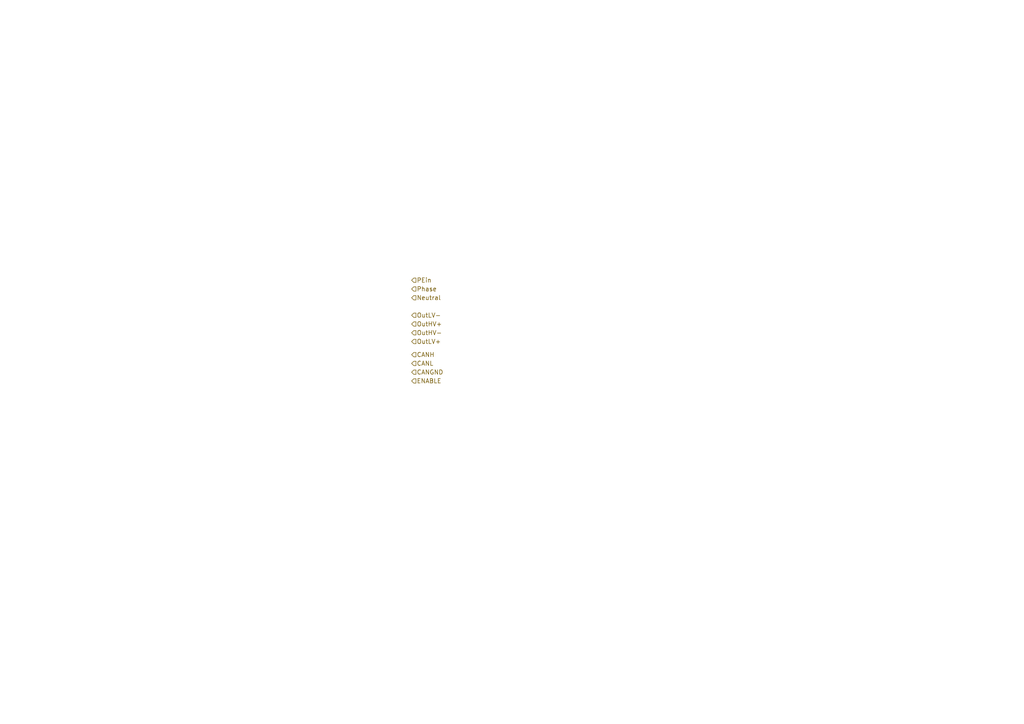
<source format=kicad_sch>
(kicad_sch
	(version 20231120)
	(generator "eeschema")
	(generator_version "8.0")
	(uuid "6b5739d9-a5e4-46c2-b5ca-f59ab3e262a4")
	(paper "A4")
	(lib_symbols)
	(hierarchical_label "OutLV-"
		(shape input)
		(at 119.38 91.44 0)
		(fields_autoplaced yes)
		(effects
			(font
				(size 1.27 1.27)
			)
			(justify left)
		)
		(uuid "182b8362-075f-4633-ba9c-59ad095e6c53")
	)
	(hierarchical_label "CANL"
		(shape input)
		(at 119.38 105.41 0)
		(fields_autoplaced yes)
		(effects
			(font
				(size 1.27 1.27)
			)
			(justify left)
		)
		(uuid "398a2d26-99b4-4981-a05d-623b8c3a6ec7")
	)
	(hierarchical_label "OutHV-"
		(shape input)
		(at 119.38 96.52 0)
		(fields_autoplaced yes)
		(effects
			(font
				(size 1.27 1.27)
			)
			(justify left)
		)
		(uuid "3b6054b8-302b-49fe-99f7-f2f9427601d5")
	)
	(hierarchical_label "CANGND"
		(shape input)
		(at 119.38 107.95 0)
		(fields_autoplaced yes)
		(effects
			(font
				(size 1.27 1.27)
			)
			(justify left)
		)
		(uuid "4bee6ece-5238-400c-9c0c-b0442d502793")
	)
	(hierarchical_label "OutLV+"
		(shape input)
		(at 119.38 99.06 0)
		(fields_autoplaced yes)
		(effects
			(font
				(size 1.27 1.27)
			)
			(justify left)
		)
		(uuid "61525987-1f77-4564-9890-5be079a19a65")
	)
	(hierarchical_label "CANH"
		(shape input)
		(at 119.38 102.87 0)
		(fields_autoplaced yes)
		(effects
			(font
				(size 1.27 1.27)
			)
			(justify left)
		)
		(uuid "7777fde7-5986-46cf-9d9d-9ade57e0c1a8")
	)
	(hierarchical_label "Phase"
		(shape input)
		(at 119.38 83.82 0)
		(fields_autoplaced yes)
		(effects
			(font
				(size 1.27 1.27)
			)
			(justify left)
		)
		(uuid "813fba4a-4d69-47a4-84ae-c4568459e39d")
	)
	(hierarchical_label "Neutral"
		(shape input)
		(at 119.38 86.36 0)
		(fields_autoplaced yes)
		(effects
			(font
				(size 1.27 1.27)
			)
			(justify left)
		)
		(uuid "8458b13c-7d32-4a27-9f28-2cdf6b84650e")
	)
	(hierarchical_label "ENABLE"
		(shape input)
		(at 119.38 110.49 0)
		(fields_autoplaced yes)
		(effects
			(font
				(size 1.27 1.27)
			)
			(justify left)
		)
		(uuid "936f3b9a-1eb1-4066-b5cb-2f6f995c6b03")
	)
	(hierarchical_label "OutHV+"
		(shape input)
		(at 119.38 93.98 0)
		(fields_autoplaced yes)
		(effects
			(font
				(size 1.27 1.27)
			)
			(justify left)
		)
		(uuid "a86a3fa6-f66c-4b17-bea9-cccf34622136")
	)
	(hierarchical_label "PEin"
		(shape input)
		(at 119.38 81.28 0)
		(fields_autoplaced yes)
		(effects
			(font
				(size 1.27 1.27)
			)
			(justify left)
		)
		(uuid "e67a9dd1-a486-48dd-ae49-4f5a44981601")
	)
)

</source>
